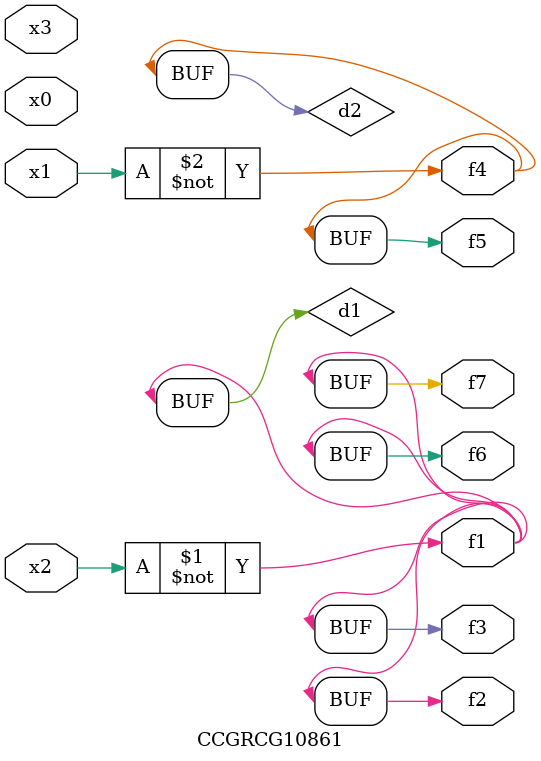
<source format=v>
module CCGRCG10861(
	input x0, x1, x2, x3,
	output f1, f2, f3, f4, f5, f6, f7
);

	wire d1, d2;

	xnor (d1, x2);
	not (d2, x1);
	assign f1 = d1;
	assign f2 = d1;
	assign f3 = d1;
	assign f4 = d2;
	assign f5 = d2;
	assign f6 = d1;
	assign f7 = d1;
endmodule

</source>
